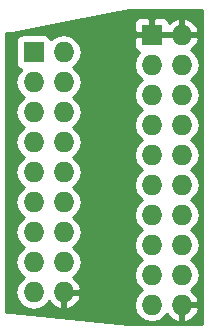
<source format=gbr>
G04 #@! TF.FileFunction,Copper,L1,Top,Signal*
%FSLAX46Y46*%
G04 Gerber Fmt 4.6, Leading zero omitted, Abs format (unit mm)*
G04 Created by KiCad (PCBNEW 4.0.4+e1-6308~48~ubuntu14.04.1-stable) date Wed Oct 26 00:03:54 2016*
%MOMM*%
%LPD*%
G01*
G04 APERTURE LIST*
%ADD10C,0.100000*%
%ADD11R,1.727200X1.727200*%
%ADD12O,1.727200X1.727200*%
%ADD13C,0.254000*%
G04 APERTURE END LIST*
D10*
D11*
X115000000Y-104300000D03*
D12*
X117540000Y-104300000D03*
X115000000Y-106840000D03*
X117540000Y-106840000D03*
X115000000Y-109380000D03*
X117540000Y-109380000D03*
X115000000Y-111920000D03*
X117540000Y-111920000D03*
X115000000Y-114460000D03*
X117540000Y-114460000D03*
X115000000Y-117000000D03*
X117540000Y-117000000D03*
X115000000Y-119540000D03*
X117540000Y-119540000D03*
X115000000Y-122080000D03*
X117540000Y-122080000D03*
X115000000Y-124620000D03*
X117540000Y-124620000D03*
D11*
X125000000Y-102840000D03*
D12*
X127540000Y-102840000D03*
X125000000Y-105380000D03*
X127540000Y-105380000D03*
X125000000Y-107920000D03*
X127540000Y-107920000D03*
X125000000Y-110460000D03*
X127540000Y-110460000D03*
X125000000Y-113000000D03*
X127540000Y-113000000D03*
X125000000Y-115540000D03*
X127540000Y-115540000D03*
X125000000Y-118080000D03*
X127540000Y-118080000D03*
X125000000Y-120620000D03*
X127540000Y-120620000D03*
X125000000Y-123160000D03*
X127540000Y-123160000D03*
X125000000Y-125700000D03*
X127540000Y-125700000D03*
D13*
G36*
X129290000Y-127290000D02*
X123035408Y-127290000D01*
X113070648Y-126293524D01*
X113035065Y-126296975D01*
X113000000Y-126290000D01*
X112710000Y-126290000D01*
X112710000Y-106840000D01*
X113472041Y-106840000D01*
X113586115Y-107413489D01*
X113910971Y-107899670D01*
X114225752Y-108110000D01*
X113910971Y-108320330D01*
X113586115Y-108806511D01*
X113472041Y-109380000D01*
X113586115Y-109953489D01*
X113910971Y-110439670D01*
X114225752Y-110650000D01*
X113910971Y-110860330D01*
X113586115Y-111346511D01*
X113472041Y-111920000D01*
X113586115Y-112493489D01*
X113910971Y-112979670D01*
X114225752Y-113190000D01*
X113910971Y-113400330D01*
X113586115Y-113886511D01*
X113472041Y-114460000D01*
X113586115Y-115033489D01*
X113910971Y-115519670D01*
X114225752Y-115730000D01*
X113910971Y-115940330D01*
X113586115Y-116426511D01*
X113472041Y-117000000D01*
X113586115Y-117573489D01*
X113910971Y-118059670D01*
X114225752Y-118270000D01*
X113910971Y-118480330D01*
X113586115Y-118966511D01*
X113472041Y-119540000D01*
X113586115Y-120113489D01*
X113910971Y-120599670D01*
X114225752Y-120810000D01*
X113910971Y-121020330D01*
X113586115Y-121506511D01*
X113472041Y-122080000D01*
X113586115Y-122653489D01*
X113910971Y-123139670D01*
X114225752Y-123350000D01*
X113910971Y-123560330D01*
X113586115Y-124046511D01*
X113472041Y-124620000D01*
X113586115Y-125193489D01*
X113910971Y-125679670D01*
X114397152Y-126004526D01*
X114970641Y-126118600D01*
X115029359Y-126118600D01*
X115602848Y-126004526D01*
X116089029Y-125679670D01*
X116269992Y-125408839D01*
X116651510Y-125826821D01*
X117180973Y-126074968D01*
X117413000Y-125954469D01*
X117413000Y-124747000D01*
X117667000Y-124747000D01*
X117667000Y-125954469D01*
X117899027Y-126074968D01*
X118428490Y-125826821D01*
X118822688Y-125394947D01*
X118994958Y-124979026D01*
X118873817Y-124747000D01*
X117667000Y-124747000D01*
X117413000Y-124747000D01*
X117393000Y-124747000D01*
X117393000Y-124493000D01*
X117413000Y-124493000D01*
X117413000Y-124473000D01*
X117667000Y-124473000D01*
X117667000Y-124493000D01*
X118873817Y-124493000D01*
X118994958Y-124260974D01*
X118822688Y-123845053D01*
X118428490Y-123413179D01*
X118305772Y-123355664D01*
X118629029Y-123139670D01*
X118953885Y-122653489D01*
X119067959Y-122080000D01*
X118953885Y-121506511D01*
X118629029Y-121020330D01*
X118314248Y-120810000D01*
X118629029Y-120599670D01*
X118953885Y-120113489D01*
X119067959Y-119540000D01*
X118953885Y-118966511D01*
X118629029Y-118480330D01*
X118314248Y-118270000D01*
X118629029Y-118059670D01*
X118953885Y-117573489D01*
X119067959Y-117000000D01*
X118953885Y-116426511D01*
X118629029Y-115940330D01*
X118314248Y-115730000D01*
X118629029Y-115519670D01*
X118953885Y-115033489D01*
X119067959Y-114460000D01*
X118953885Y-113886511D01*
X118629029Y-113400330D01*
X118314248Y-113190000D01*
X118629029Y-112979670D01*
X118953885Y-112493489D01*
X119067959Y-111920000D01*
X118953885Y-111346511D01*
X118629029Y-110860330D01*
X118314248Y-110650000D01*
X118629029Y-110439670D01*
X118953885Y-109953489D01*
X119067959Y-109380000D01*
X118953885Y-108806511D01*
X118629029Y-108320330D01*
X118314248Y-108110000D01*
X118629029Y-107899670D01*
X118953885Y-107413489D01*
X119067959Y-106840000D01*
X118953885Y-106266511D01*
X118629029Y-105780330D01*
X118314248Y-105570000D01*
X118598603Y-105380000D01*
X123472041Y-105380000D01*
X123586115Y-105953489D01*
X123910971Y-106439670D01*
X124225752Y-106650000D01*
X123910971Y-106860330D01*
X123586115Y-107346511D01*
X123472041Y-107920000D01*
X123586115Y-108493489D01*
X123910971Y-108979670D01*
X124225752Y-109190000D01*
X123910971Y-109400330D01*
X123586115Y-109886511D01*
X123472041Y-110460000D01*
X123586115Y-111033489D01*
X123910971Y-111519670D01*
X124225752Y-111730000D01*
X123910971Y-111940330D01*
X123586115Y-112426511D01*
X123472041Y-113000000D01*
X123586115Y-113573489D01*
X123910971Y-114059670D01*
X124225752Y-114270000D01*
X123910971Y-114480330D01*
X123586115Y-114966511D01*
X123472041Y-115540000D01*
X123586115Y-116113489D01*
X123910971Y-116599670D01*
X124225752Y-116810000D01*
X123910971Y-117020330D01*
X123586115Y-117506511D01*
X123472041Y-118080000D01*
X123586115Y-118653489D01*
X123910971Y-119139670D01*
X124225752Y-119350000D01*
X123910971Y-119560330D01*
X123586115Y-120046511D01*
X123472041Y-120620000D01*
X123586115Y-121193489D01*
X123910971Y-121679670D01*
X124225752Y-121890000D01*
X123910971Y-122100330D01*
X123586115Y-122586511D01*
X123472041Y-123160000D01*
X123586115Y-123733489D01*
X123910971Y-124219670D01*
X124225752Y-124430000D01*
X123910971Y-124640330D01*
X123586115Y-125126511D01*
X123472041Y-125700000D01*
X123586115Y-126273489D01*
X123910971Y-126759670D01*
X124397152Y-127084526D01*
X124970641Y-127198600D01*
X125029359Y-127198600D01*
X125602848Y-127084526D01*
X126089029Y-126759670D01*
X126269992Y-126488839D01*
X126651510Y-126906821D01*
X127180973Y-127154968D01*
X127413000Y-127034469D01*
X127413000Y-125827000D01*
X127667000Y-125827000D01*
X127667000Y-127034469D01*
X127899027Y-127154968D01*
X128428490Y-126906821D01*
X128822688Y-126474947D01*
X128994958Y-126059026D01*
X128873817Y-125827000D01*
X127667000Y-125827000D01*
X127413000Y-125827000D01*
X127393000Y-125827000D01*
X127393000Y-125573000D01*
X127413000Y-125573000D01*
X127413000Y-125553000D01*
X127667000Y-125553000D01*
X127667000Y-125573000D01*
X128873817Y-125573000D01*
X128994958Y-125340974D01*
X128822688Y-124925053D01*
X128428490Y-124493179D01*
X128305772Y-124435664D01*
X128629029Y-124219670D01*
X128953885Y-123733489D01*
X129067959Y-123160000D01*
X128953885Y-122586511D01*
X128629029Y-122100330D01*
X128314248Y-121890000D01*
X128629029Y-121679670D01*
X128953885Y-121193489D01*
X129067959Y-120620000D01*
X128953885Y-120046511D01*
X128629029Y-119560330D01*
X128314248Y-119350000D01*
X128629029Y-119139670D01*
X128953885Y-118653489D01*
X129067959Y-118080000D01*
X128953885Y-117506511D01*
X128629029Y-117020330D01*
X128314248Y-116810000D01*
X128629029Y-116599670D01*
X128953885Y-116113489D01*
X129067959Y-115540000D01*
X128953885Y-114966511D01*
X128629029Y-114480330D01*
X128314248Y-114270000D01*
X128629029Y-114059670D01*
X128953885Y-113573489D01*
X129067959Y-113000000D01*
X128953885Y-112426511D01*
X128629029Y-111940330D01*
X128314248Y-111730000D01*
X128629029Y-111519670D01*
X128953885Y-111033489D01*
X129067959Y-110460000D01*
X128953885Y-109886511D01*
X128629029Y-109400330D01*
X128314248Y-109190000D01*
X128629029Y-108979670D01*
X128953885Y-108493489D01*
X129067959Y-107920000D01*
X128953885Y-107346511D01*
X128629029Y-106860330D01*
X128314248Y-106650000D01*
X128629029Y-106439670D01*
X128953885Y-105953489D01*
X129067959Y-105380000D01*
X128953885Y-104806511D01*
X128629029Y-104320330D01*
X128305772Y-104104336D01*
X128428490Y-104046821D01*
X128822688Y-103614947D01*
X128994958Y-103199026D01*
X128873817Y-102967000D01*
X127667000Y-102967000D01*
X127667000Y-102987000D01*
X127413000Y-102987000D01*
X127413000Y-102967000D01*
X125127000Y-102967000D01*
X125127000Y-102987000D01*
X124873000Y-102987000D01*
X124873000Y-102967000D01*
X123660150Y-102967000D01*
X123501400Y-103125750D01*
X123501400Y-103829910D01*
X123598073Y-104063299D01*
X123776702Y-104241927D01*
X123932023Y-104306263D01*
X123910971Y-104320330D01*
X123586115Y-104806511D01*
X123472041Y-105380000D01*
X118598603Y-105380000D01*
X118629029Y-105359670D01*
X118953885Y-104873489D01*
X119067959Y-104300000D01*
X118953885Y-103726511D01*
X118629029Y-103240330D01*
X118142848Y-102915474D01*
X117569359Y-102801400D01*
X117510641Y-102801400D01*
X116937152Y-102915474D01*
X116471558Y-103226574D01*
X116466762Y-103201083D01*
X116327690Y-102984959D01*
X116115490Y-102839969D01*
X115863600Y-102788960D01*
X114136400Y-102788960D01*
X113901083Y-102833238D01*
X113684959Y-102972310D01*
X113539969Y-103184510D01*
X113488960Y-103436400D01*
X113488960Y-105163600D01*
X113533238Y-105398917D01*
X113672310Y-105615041D01*
X113884510Y-105760031D01*
X113928131Y-105768864D01*
X113910971Y-105780330D01*
X113586115Y-106266511D01*
X113472041Y-106840000D01*
X112710000Y-106840000D01*
X112710000Y-102710000D01*
X113000000Y-102710000D01*
X113068946Y-102696286D01*
X113139242Y-102696212D01*
X117369852Y-101850090D01*
X123501400Y-101850090D01*
X123501400Y-102554250D01*
X123660150Y-102713000D01*
X124873000Y-102713000D01*
X124873000Y-101500150D01*
X125127000Y-101500150D01*
X125127000Y-102713000D01*
X127413000Y-102713000D01*
X127413000Y-101505531D01*
X127667000Y-101505531D01*
X127667000Y-102713000D01*
X128873817Y-102713000D01*
X128994958Y-102480974D01*
X128822688Y-102065053D01*
X128428490Y-101633179D01*
X127899027Y-101385032D01*
X127667000Y-101505531D01*
X127413000Y-101505531D01*
X127180973Y-101385032D01*
X126651510Y-101633179D01*
X126484529Y-101816119D01*
X126401927Y-101616701D01*
X126223298Y-101438073D01*
X125989909Y-101341400D01*
X125285750Y-101341400D01*
X125127000Y-101500150D01*
X124873000Y-101500150D01*
X124714250Y-101341400D01*
X124010091Y-101341400D01*
X123776702Y-101438073D01*
X123598073Y-101616701D01*
X123501400Y-101850090D01*
X117369852Y-101850090D01*
X123070302Y-100710000D01*
X129290000Y-100710000D01*
X129290000Y-127290000D01*
X129290000Y-127290000D01*
G37*
X129290000Y-127290000D02*
X123035408Y-127290000D01*
X113070648Y-126293524D01*
X113035065Y-126296975D01*
X113000000Y-126290000D01*
X112710000Y-126290000D01*
X112710000Y-106840000D01*
X113472041Y-106840000D01*
X113586115Y-107413489D01*
X113910971Y-107899670D01*
X114225752Y-108110000D01*
X113910971Y-108320330D01*
X113586115Y-108806511D01*
X113472041Y-109380000D01*
X113586115Y-109953489D01*
X113910971Y-110439670D01*
X114225752Y-110650000D01*
X113910971Y-110860330D01*
X113586115Y-111346511D01*
X113472041Y-111920000D01*
X113586115Y-112493489D01*
X113910971Y-112979670D01*
X114225752Y-113190000D01*
X113910971Y-113400330D01*
X113586115Y-113886511D01*
X113472041Y-114460000D01*
X113586115Y-115033489D01*
X113910971Y-115519670D01*
X114225752Y-115730000D01*
X113910971Y-115940330D01*
X113586115Y-116426511D01*
X113472041Y-117000000D01*
X113586115Y-117573489D01*
X113910971Y-118059670D01*
X114225752Y-118270000D01*
X113910971Y-118480330D01*
X113586115Y-118966511D01*
X113472041Y-119540000D01*
X113586115Y-120113489D01*
X113910971Y-120599670D01*
X114225752Y-120810000D01*
X113910971Y-121020330D01*
X113586115Y-121506511D01*
X113472041Y-122080000D01*
X113586115Y-122653489D01*
X113910971Y-123139670D01*
X114225752Y-123350000D01*
X113910971Y-123560330D01*
X113586115Y-124046511D01*
X113472041Y-124620000D01*
X113586115Y-125193489D01*
X113910971Y-125679670D01*
X114397152Y-126004526D01*
X114970641Y-126118600D01*
X115029359Y-126118600D01*
X115602848Y-126004526D01*
X116089029Y-125679670D01*
X116269992Y-125408839D01*
X116651510Y-125826821D01*
X117180973Y-126074968D01*
X117413000Y-125954469D01*
X117413000Y-124747000D01*
X117667000Y-124747000D01*
X117667000Y-125954469D01*
X117899027Y-126074968D01*
X118428490Y-125826821D01*
X118822688Y-125394947D01*
X118994958Y-124979026D01*
X118873817Y-124747000D01*
X117667000Y-124747000D01*
X117413000Y-124747000D01*
X117393000Y-124747000D01*
X117393000Y-124493000D01*
X117413000Y-124493000D01*
X117413000Y-124473000D01*
X117667000Y-124473000D01*
X117667000Y-124493000D01*
X118873817Y-124493000D01*
X118994958Y-124260974D01*
X118822688Y-123845053D01*
X118428490Y-123413179D01*
X118305772Y-123355664D01*
X118629029Y-123139670D01*
X118953885Y-122653489D01*
X119067959Y-122080000D01*
X118953885Y-121506511D01*
X118629029Y-121020330D01*
X118314248Y-120810000D01*
X118629029Y-120599670D01*
X118953885Y-120113489D01*
X119067959Y-119540000D01*
X118953885Y-118966511D01*
X118629029Y-118480330D01*
X118314248Y-118270000D01*
X118629029Y-118059670D01*
X118953885Y-117573489D01*
X119067959Y-117000000D01*
X118953885Y-116426511D01*
X118629029Y-115940330D01*
X118314248Y-115730000D01*
X118629029Y-115519670D01*
X118953885Y-115033489D01*
X119067959Y-114460000D01*
X118953885Y-113886511D01*
X118629029Y-113400330D01*
X118314248Y-113190000D01*
X118629029Y-112979670D01*
X118953885Y-112493489D01*
X119067959Y-111920000D01*
X118953885Y-111346511D01*
X118629029Y-110860330D01*
X118314248Y-110650000D01*
X118629029Y-110439670D01*
X118953885Y-109953489D01*
X119067959Y-109380000D01*
X118953885Y-108806511D01*
X118629029Y-108320330D01*
X118314248Y-108110000D01*
X118629029Y-107899670D01*
X118953885Y-107413489D01*
X119067959Y-106840000D01*
X118953885Y-106266511D01*
X118629029Y-105780330D01*
X118314248Y-105570000D01*
X118598603Y-105380000D01*
X123472041Y-105380000D01*
X123586115Y-105953489D01*
X123910971Y-106439670D01*
X124225752Y-106650000D01*
X123910971Y-106860330D01*
X123586115Y-107346511D01*
X123472041Y-107920000D01*
X123586115Y-108493489D01*
X123910971Y-108979670D01*
X124225752Y-109190000D01*
X123910971Y-109400330D01*
X123586115Y-109886511D01*
X123472041Y-110460000D01*
X123586115Y-111033489D01*
X123910971Y-111519670D01*
X124225752Y-111730000D01*
X123910971Y-111940330D01*
X123586115Y-112426511D01*
X123472041Y-113000000D01*
X123586115Y-113573489D01*
X123910971Y-114059670D01*
X124225752Y-114270000D01*
X123910971Y-114480330D01*
X123586115Y-114966511D01*
X123472041Y-115540000D01*
X123586115Y-116113489D01*
X123910971Y-116599670D01*
X124225752Y-116810000D01*
X123910971Y-117020330D01*
X123586115Y-117506511D01*
X123472041Y-118080000D01*
X123586115Y-118653489D01*
X123910971Y-119139670D01*
X124225752Y-119350000D01*
X123910971Y-119560330D01*
X123586115Y-120046511D01*
X123472041Y-120620000D01*
X123586115Y-121193489D01*
X123910971Y-121679670D01*
X124225752Y-121890000D01*
X123910971Y-122100330D01*
X123586115Y-122586511D01*
X123472041Y-123160000D01*
X123586115Y-123733489D01*
X123910971Y-124219670D01*
X124225752Y-124430000D01*
X123910971Y-124640330D01*
X123586115Y-125126511D01*
X123472041Y-125700000D01*
X123586115Y-126273489D01*
X123910971Y-126759670D01*
X124397152Y-127084526D01*
X124970641Y-127198600D01*
X125029359Y-127198600D01*
X125602848Y-127084526D01*
X126089029Y-126759670D01*
X126269992Y-126488839D01*
X126651510Y-126906821D01*
X127180973Y-127154968D01*
X127413000Y-127034469D01*
X127413000Y-125827000D01*
X127667000Y-125827000D01*
X127667000Y-127034469D01*
X127899027Y-127154968D01*
X128428490Y-126906821D01*
X128822688Y-126474947D01*
X128994958Y-126059026D01*
X128873817Y-125827000D01*
X127667000Y-125827000D01*
X127413000Y-125827000D01*
X127393000Y-125827000D01*
X127393000Y-125573000D01*
X127413000Y-125573000D01*
X127413000Y-125553000D01*
X127667000Y-125553000D01*
X127667000Y-125573000D01*
X128873817Y-125573000D01*
X128994958Y-125340974D01*
X128822688Y-124925053D01*
X128428490Y-124493179D01*
X128305772Y-124435664D01*
X128629029Y-124219670D01*
X128953885Y-123733489D01*
X129067959Y-123160000D01*
X128953885Y-122586511D01*
X128629029Y-122100330D01*
X128314248Y-121890000D01*
X128629029Y-121679670D01*
X128953885Y-121193489D01*
X129067959Y-120620000D01*
X128953885Y-120046511D01*
X128629029Y-119560330D01*
X128314248Y-119350000D01*
X128629029Y-119139670D01*
X128953885Y-118653489D01*
X129067959Y-118080000D01*
X128953885Y-117506511D01*
X128629029Y-117020330D01*
X128314248Y-116810000D01*
X128629029Y-116599670D01*
X128953885Y-116113489D01*
X129067959Y-115540000D01*
X128953885Y-114966511D01*
X128629029Y-114480330D01*
X128314248Y-114270000D01*
X128629029Y-114059670D01*
X128953885Y-113573489D01*
X129067959Y-113000000D01*
X128953885Y-112426511D01*
X128629029Y-111940330D01*
X128314248Y-111730000D01*
X128629029Y-111519670D01*
X128953885Y-111033489D01*
X129067959Y-110460000D01*
X128953885Y-109886511D01*
X128629029Y-109400330D01*
X128314248Y-109190000D01*
X128629029Y-108979670D01*
X128953885Y-108493489D01*
X129067959Y-107920000D01*
X128953885Y-107346511D01*
X128629029Y-106860330D01*
X128314248Y-106650000D01*
X128629029Y-106439670D01*
X128953885Y-105953489D01*
X129067959Y-105380000D01*
X128953885Y-104806511D01*
X128629029Y-104320330D01*
X128305772Y-104104336D01*
X128428490Y-104046821D01*
X128822688Y-103614947D01*
X128994958Y-103199026D01*
X128873817Y-102967000D01*
X127667000Y-102967000D01*
X127667000Y-102987000D01*
X127413000Y-102987000D01*
X127413000Y-102967000D01*
X125127000Y-102967000D01*
X125127000Y-102987000D01*
X124873000Y-102987000D01*
X124873000Y-102967000D01*
X123660150Y-102967000D01*
X123501400Y-103125750D01*
X123501400Y-103829910D01*
X123598073Y-104063299D01*
X123776702Y-104241927D01*
X123932023Y-104306263D01*
X123910971Y-104320330D01*
X123586115Y-104806511D01*
X123472041Y-105380000D01*
X118598603Y-105380000D01*
X118629029Y-105359670D01*
X118953885Y-104873489D01*
X119067959Y-104300000D01*
X118953885Y-103726511D01*
X118629029Y-103240330D01*
X118142848Y-102915474D01*
X117569359Y-102801400D01*
X117510641Y-102801400D01*
X116937152Y-102915474D01*
X116471558Y-103226574D01*
X116466762Y-103201083D01*
X116327690Y-102984959D01*
X116115490Y-102839969D01*
X115863600Y-102788960D01*
X114136400Y-102788960D01*
X113901083Y-102833238D01*
X113684959Y-102972310D01*
X113539969Y-103184510D01*
X113488960Y-103436400D01*
X113488960Y-105163600D01*
X113533238Y-105398917D01*
X113672310Y-105615041D01*
X113884510Y-105760031D01*
X113928131Y-105768864D01*
X113910971Y-105780330D01*
X113586115Y-106266511D01*
X113472041Y-106840000D01*
X112710000Y-106840000D01*
X112710000Y-102710000D01*
X113000000Y-102710000D01*
X113068946Y-102696286D01*
X113139242Y-102696212D01*
X117369852Y-101850090D01*
X123501400Y-101850090D01*
X123501400Y-102554250D01*
X123660150Y-102713000D01*
X124873000Y-102713000D01*
X124873000Y-101500150D01*
X125127000Y-101500150D01*
X125127000Y-102713000D01*
X127413000Y-102713000D01*
X127413000Y-101505531D01*
X127667000Y-101505531D01*
X127667000Y-102713000D01*
X128873817Y-102713000D01*
X128994958Y-102480974D01*
X128822688Y-102065053D01*
X128428490Y-101633179D01*
X127899027Y-101385032D01*
X127667000Y-101505531D01*
X127413000Y-101505531D01*
X127180973Y-101385032D01*
X126651510Y-101633179D01*
X126484529Y-101816119D01*
X126401927Y-101616701D01*
X126223298Y-101438073D01*
X125989909Y-101341400D01*
X125285750Y-101341400D01*
X125127000Y-101500150D01*
X124873000Y-101500150D01*
X124714250Y-101341400D01*
X124010091Y-101341400D01*
X123776702Y-101438073D01*
X123598073Y-101616701D01*
X123501400Y-101850090D01*
X117369852Y-101850090D01*
X123070302Y-100710000D01*
X129290000Y-100710000D01*
X129290000Y-127290000D01*
M02*

</source>
